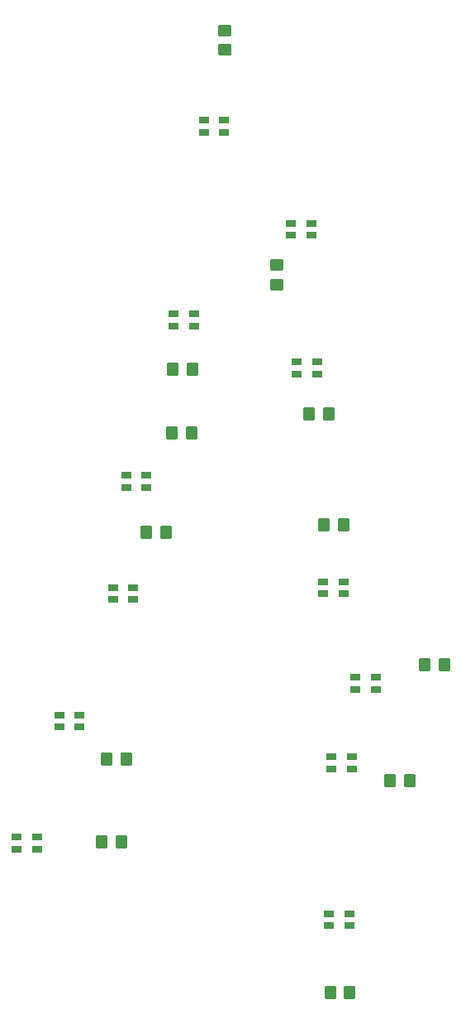
<source format=gbp>
G04 #@! TF.GenerationSoftware,KiCad,Pcbnew,(6.0.4-0)*
G04 #@! TF.CreationDate,2022-10-21T14:00:40+02:00*
G04 #@! TF.ProjectId,SL_Christmas_Tree_B,534c5f43-6872-4697-9374-6d61735f5472,rev?*
G04 #@! TF.SameCoordinates,Original*
G04 #@! TF.FileFunction,Paste,Bot*
G04 #@! TF.FilePolarity,Positive*
%FSLAX46Y46*%
G04 Gerber Fmt 4.6, Leading zero omitted, Abs format (unit mm)*
G04 Created by KiCad (PCBNEW (6.0.4-0)) date 2022-10-21 14:00:40*
%MOMM*%
%LPD*%
G01*
G04 APERTURE LIST*
G04 Aperture macros list*
%AMRoundRect*
0 Rectangle with rounded corners*
0 $1 Rounding radius*
0 $2 $3 $4 $5 $6 $7 $8 $9 X,Y pos of 4 corners*
0 Add a 4 corners polygon primitive as box body*
4,1,4,$2,$3,$4,$5,$6,$7,$8,$9,$2,$3,0*
0 Add four circle primitives for the rounded corners*
1,1,$1+$1,$2,$3*
1,1,$1+$1,$4,$5*
1,1,$1+$1,$6,$7*
1,1,$1+$1,$8,$9*
0 Add four rect primitives between the rounded corners*
20,1,$1+$1,$2,$3,$4,$5,0*
20,1,$1+$1,$4,$5,$6,$7,0*
20,1,$1+$1,$6,$7,$8,$9,0*
20,1,$1+$1,$8,$9,$2,$3,0*%
G04 Aperture macros list end*
%ADD10RoundRect,0.250000X-0.350000X-0.450000X0.350000X-0.450000X0.350000X0.450000X-0.350000X0.450000X0*%
%ADD11R,1.100000X0.750000*%
%ADD12RoundRect,0.250000X-0.450000X0.350000X-0.450000X-0.350000X0.450000X-0.350000X0.450000X0.350000X0*%
%ADD13RoundRect,0.250000X0.450000X-0.350000X0.450000X0.350000X-0.450000X0.350000X-0.450000X-0.350000X0*%
G04 APERTURE END LIST*
D10*
X85650000Y-133120000D03*
X87650000Y-133120000D03*
X92330000Y-99730000D03*
X94330000Y-99730000D03*
D11*
X89740000Y-104065000D03*
X87640000Y-104065000D03*
X87640000Y-105315000D03*
X89740000Y-105315000D03*
D10*
X89740000Y-109870000D03*
X91740000Y-109870000D03*
D12*
X103090000Y-82570000D03*
X103090000Y-84570000D03*
D13*
X97730000Y-60570000D03*
X97730000Y-58570000D03*
D11*
X97710000Y-67725000D03*
X95610000Y-67725000D03*
X95610000Y-68975000D03*
X97710000Y-68975000D03*
X109970000Y-114945000D03*
X107870000Y-114945000D03*
X107870000Y-116195000D03*
X109970000Y-116195000D03*
D10*
X106390000Y-97790000D03*
X108390000Y-97790000D03*
D11*
X78500000Y-141060000D03*
X76400000Y-141060000D03*
X76400000Y-142310000D03*
X78500000Y-142310000D03*
D10*
X108580000Y-157000000D03*
X110580000Y-157000000D03*
D11*
X110540000Y-148905000D03*
X108440000Y-148905000D03*
X108440000Y-150155000D03*
X110540000Y-150155000D03*
X107250000Y-92455000D03*
X105150000Y-92455000D03*
X105150000Y-93705000D03*
X107250000Y-93705000D03*
D10*
X92430000Y-93210000D03*
X94430000Y-93210000D03*
D11*
X113270000Y-124745000D03*
X111170000Y-124745000D03*
X111170000Y-125995000D03*
X113270000Y-125995000D03*
D10*
X107920000Y-109160000D03*
X109920000Y-109160000D03*
X85170000Y-141600000D03*
X87170000Y-141600000D03*
D11*
X106650000Y-78285000D03*
X104550000Y-78285000D03*
X104550000Y-79535000D03*
X106650000Y-79535000D03*
D10*
X118260000Y-123420000D03*
X120260000Y-123420000D03*
D11*
X110770000Y-132885000D03*
X108670000Y-132885000D03*
X108670000Y-134135000D03*
X110770000Y-134135000D03*
D10*
X114680000Y-135260000D03*
X116680000Y-135260000D03*
D11*
X88390000Y-115535000D03*
X86290000Y-115535000D03*
X86290000Y-116785000D03*
X88390000Y-116785000D03*
X94600000Y-87545000D03*
X92500000Y-87545000D03*
X92500000Y-88795000D03*
X94600000Y-88795000D03*
X82890000Y-128585000D03*
X80790000Y-128585000D03*
X80790000Y-129835000D03*
X82890000Y-129835000D03*
M02*

</source>
